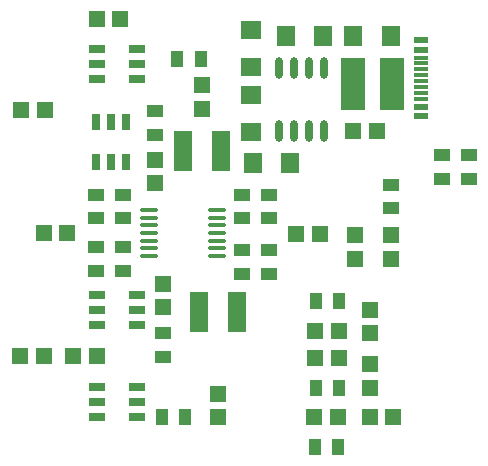
<source format=gtp>
%TF.GenerationSoftware,KiCad,Pcbnew,8.0.2*%
%TF.CreationDate,2024-10-06T11:27:00+02:00*%
%TF.ProjectId,distribution_amp_for_singapore_dude,64697374-7269-4627-9574-696f6e5f616d,rev?*%
%TF.SameCoordinates,Original*%
%TF.FileFunction,Paste,Top*%
%TF.FilePolarity,Positive*%
%FSLAX46Y46*%
G04 Gerber Fmt 4.6, Leading zero omitted, Abs format (unit mm)*
G04 Created by KiCad (PCBNEW 8.0.2) date 2024-10-06 11:27:00*
%MOMM*%
%LPD*%
G01*
G04 APERTURE LIST*
G04 Aperture macros list*
%AMRoundRect*
0 Rectangle with rounded corners*
0 $1 Rounding radius*
0 $2 $3 $4 $5 $6 $7 $8 $9 X,Y pos of 4 corners*
0 Add a 4 corners polygon primitive as box body*
4,1,4,$2,$3,$4,$5,$6,$7,$8,$9,$2,$3,0*
0 Add four circle primitives for the rounded corners*
1,1,$1+$1,$2,$3*
1,1,$1+$1,$4,$5*
1,1,$1+$1,$6,$7*
1,1,$1+$1,$8,$9*
0 Add four rect primitives between the rounded corners*
20,1,$1+$1,$2,$3,$4,$5,0*
20,1,$1+$1,$4,$5,$6,$7,0*
20,1,$1+$1,$6,$7,$8,$9,0*
20,1,$1+$1,$8,$9,$2,$3,0*%
G04 Aperture macros list end*
%ADD10R,1.410000X1.350000*%
%ADD11R,1.350000X1.410000*%
%ADD12R,1.400000X0.760000*%
%ADD13R,1.490000X1.730000*%
%ADD14R,1.380000X1.130000*%
%ADD15R,1.130000X1.380000*%
%ADD16R,1.150000X0.600000*%
%ADD17R,1.150000X0.300000*%
%ADD18R,2.000000X4.500000*%
%ADD19R,1.730000X1.490000*%
%ADD20R,1.600000X3.500000*%
%ADD21O,0.630000X1.860000*%
%ADD22R,0.760000X1.400000*%
%ADD23RoundRect,0.100000X-0.637500X-0.100000X0.637500X-0.100000X0.637500X0.100000X-0.637500X0.100000X0*%
G04 APERTURE END LIST*
D10*
X112500000Y-83300000D03*
X110500000Y-83300000D03*
X110500000Y-111800000D03*
X108500000Y-111800000D03*
X104000000Y-111800000D03*
X106000000Y-111800000D03*
X104100000Y-91000000D03*
X106100000Y-91000000D03*
D11*
X133600000Y-109900000D03*
X133600000Y-107900000D03*
D12*
X110500000Y-109170000D03*
X110500000Y-107900000D03*
X110500000Y-106630000D03*
X113940000Y-106630000D03*
X113940000Y-107900000D03*
X113940000Y-109170000D03*
D13*
X135380000Y-84700000D03*
X132200000Y-84700000D03*
D14*
X110400000Y-98150000D03*
X110400000Y-100150000D03*
D12*
X110500000Y-116970000D03*
X110500000Y-115700000D03*
X110500000Y-114430000D03*
X113940000Y-114430000D03*
X113940000Y-115700000D03*
X113940000Y-116970000D03*
D15*
X130970000Y-114500000D03*
X129030000Y-114500000D03*
D14*
X139700000Y-96800000D03*
X139700000Y-94800000D03*
D10*
X129000000Y-112000000D03*
X131000000Y-112000000D03*
D14*
X122800000Y-102850000D03*
X122800000Y-104850000D03*
D16*
X137940000Y-91500000D03*
X137940000Y-90700000D03*
D17*
X137940000Y-89550000D03*
X137940000Y-88550000D03*
X137940000Y-88050000D03*
X137940000Y-90050000D03*
D16*
X137940000Y-85100000D03*
X137940000Y-85900000D03*
D17*
X137940000Y-86550000D03*
X137940000Y-87550000D03*
X137940000Y-89050000D03*
X137940000Y-87050000D03*
D18*
X135500000Y-88800000D03*
X132200000Y-88800000D03*
D10*
X129400000Y-101500000D03*
X127400000Y-101500000D03*
D11*
X116100000Y-105700000D03*
X116100000Y-107700000D03*
D15*
X118000000Y-117000000D03*
X116000000Y-117000000D03*
D11*
X135400000Y-101600000D03*
X135400000Y-103600000D03*
D19*
X123600000Y-92880000D03*
X123600000Y-89700000D03*
D11*
X120800000Y-115000000D03*
X120800000Y-117000000D03*
D13*
X126500000Y-84700000D03*
X129680000Y-84700000D03*
D11*
X133600000Y-114500000D03*
X133600000Y-112500000D03*
D15*
X130900000Y-119500000D03*
X128960000Y-119500000D03*
D12*
X110500000Y-88340000D03*
X110500000Y-87070000D03*
X110500000Y-85800000D03*
X113940000Y-85800000D03*
X113940000Y-87070000D03*
X113940000Y-88340000D03*
D14*
X125100000Y-104850000D03*
X125100000Y-102850000D03*
D15*
X119300000Y-86700000D03*
X117300000Y-86700000D03*
D10*
X135600000Y-117000000D03*
X133600000Y-117000000D03*
D14*
X125100000Y-98150000D03*
X125100000Y-100150000D03*
D10*
X129000000Y-109700000D03*
X131000000Y-109700000D03*
D14*
X112700000Y-100150000D03*
X112700000Y-98150000D03*
D11*
X115400000Y-97200000D03*
X115400000Y-95200000D03*
D14*
X115400000Y-93100000D03*
X115400000Y-91100000D03*
D20*
X122400000Y-108100000D03*
X119200000Y-108100000D03*
D10*
X106000000Y-101400000D03*
X108000000Y-101400000D03*
D21*
X129737500Y-87420000D03*
X128457500Y-87420000D03*
X127197500Y-87420000D03*
X125927500Y-87420000D03*
X125927500Y-92780000D03*
X127197500Y-92780000D03*
X128457500Y-92780000D03*
X129737500Y-92780000D03*
D10*
X128900000Y-117000000D03*
X130900000Y-117000000D03*
D22*
X113000000Y-95420000D03*
X111730000Y-95420000D03*
X110460000Y-95420000D03*
X110460000Y-91980000D03*
X111730000Y-91980000D03*
X113000000Y-91980000D03*
D19*
X123600000Y-87380000D03*
X123600000Y-84200000D03*
D20*
X121000000Y-94500000D03*
X117800000Y-94500000D03*
D11*
X119400000Y-90900000D03*
X119400000Y-88900000D03*
D10*
X134200000Y-92800000D03*
X132200000Y-92800000D03*
D14*
X116100000Y-109900000D03*
X116100000Y-111900000D03*
D15*
X130970000Y-107200000D03*
X129030000Y-107200000D03*
D14*
X122800000Y-100150000D03*
X122800000Y-98150000D03*
X112700000Y-102600000D03*
X112700000Y-104600000D03*
X135400000Y-97300000D03*
X135400000Y-99300000D03*
D23*
X114937500Y-99450000D03*
X114937500Y-100100000D03*
X114937500Y-100750000D03*
X114937500Y-101400000D03*
X114937500Y-102050000D03*
X114937500Y-102700000D03*
X114937500Y-103350000D03*
X120662500Y-103350000D03*
X120662500Y-102700000D03*
X120662500Y-102050000D03*
X120662500Y-101400000D03*
X120662500Y-100750000D03*
X120662500Y-100100000D03*
X120662500Y-99450000D03*
D14*
X142000000Y-96800000D03*
X142000000Y-94800000D03*
X110400000Y-104600000D03*
X110400000Y-102600000D03*
D11*
X132400000Y-103600000D03*
X132400000Y-101600000D03*
D13*
X123700000Y-95500000D03*
X126880000Y-95500000D03*
M02*

</source>
